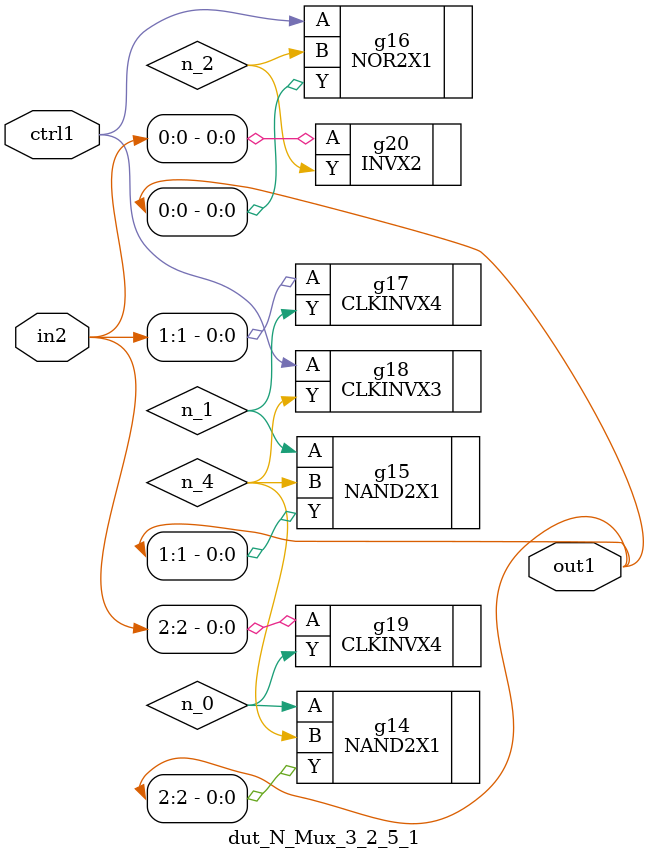
<source format=v>
`timescale 1ps / 1ps


module dut_N_Mux_3_2_5_1(in2, ctrl1, out1);
  input [2:0] in2;
  input ctrl1;
  output [2:0] out1;
  wire [2:0] in2;
  wire ctrl1;
  wire [2:0] out1;
  wire n_0, n_1, n_2, n_4;
  NAND2X1 g14(.A (n_0), .B (n_4), .Y (out1[2]));
  NAND2X1 g15(.A (n_1), .B (n_4), .Y (out1[1]));
  NOR2X1 g16(.A (ctrl1), .B (n_2), .Y (out1[0]));
  INVX2 g20(.A (in2[0]), .Y (n_2));
  CLKINVX4 g17(.A (in2[1]), .Y (n_1));
  CLKINVX4 g19(.A (in2[2]), .Y (n_0));
  CLKINVX3 g18(.A (ctrl1), .Y (n_4));
endmodule



</source>
